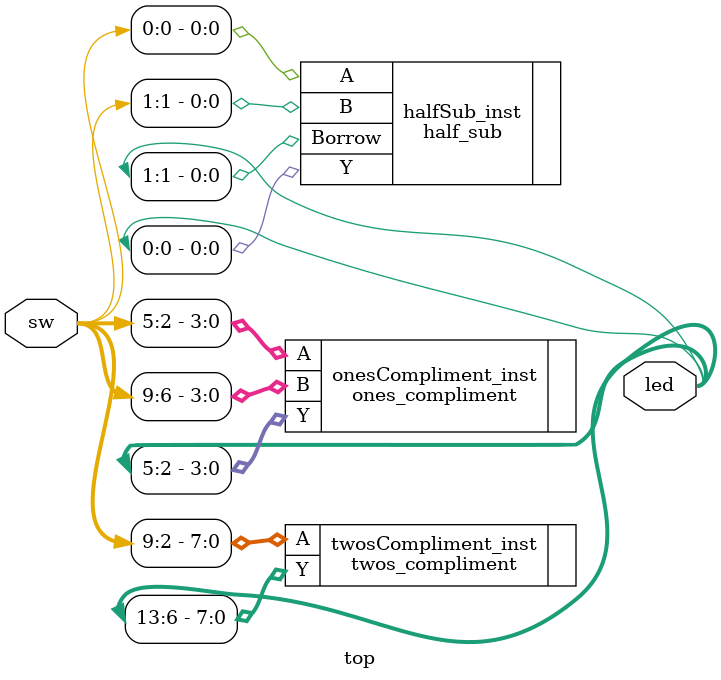
<source format=v>
module top(
    input [9:0] sw,
    output [13:0] led
);

half_sub halfSub_inst(
    .A(sw[0]),
    .B(sw[1]),
    .Y(led[0]),
    .Borrow(led[1])
);

ones_compliment onesCompliment_inst(
    .A(sw[5:2]),
    .B(sw[9:6]),
    .Y(led[5:2])  
);

twos_compliment twosCompliment_inst(
    .A(sw[9:2]),
    .Y(led[13:6])
);
endmodule 
</source>
